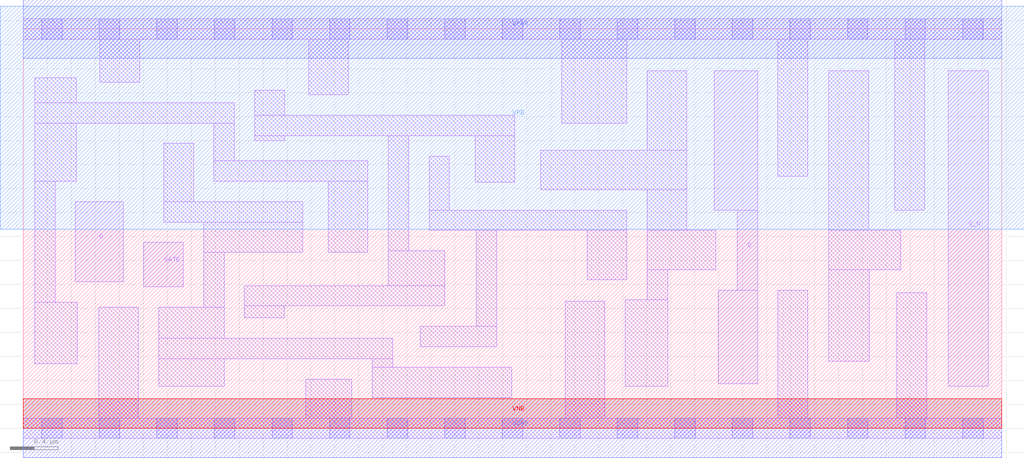
<source format=lef>
# Copyright 2020 The SkyWater PDK Authors
#
# Licensed under the Apache License, Version 2.0 (the "License");
# you may not use this file except in compliance with the License.
# You may obtain a copy of the License at
#
#     https://www.apache.org/licenses/LICENSE-2.0
#
# Unless required by applicable law or agreed to in writing, software
# distributed under the License is distributed on an "AS IS" BASIS,
# WITHOUT WARRANTIES OR CONDITIONS OF ANY KIND, either express or implied.
# See the License for the specific language governing permissions and
# limitations under the License.
#
# SPDX-License-Identifier: Apache-2.0

VERSION 5.7 ;
  NOWIREEXTENSIONATPIN ON ;
  DIVIDERCHAR "/" ;
  BUSBITCHARS "[]" ;
MACRO sky130_fd_sc_hs__dlxbp_1
  CLASS CORE ;
  FOREIGN sky130_fd_sc_hs__dlxbp_1 ;
  ORIGIN  0.000000  0.000000 ;
  SIZE  8.160000 BY  3.330000 ;
  SYMMETRY X Y ;
  SITE unit ;
  PIN D
    ANTENNAGATEAREA  0.208500 ;
    DIRECTION INPUT ;
    USE SIGNAL ;
    PORT
      LAYER li1 ;
        RECT 0.435000 1.220000 0.835000 1.890000 ;
    END
  END D
  PIN Q
    ANTENNADIFFAREA  0.537600 ;
    DIRECTION OUTPUT ;
    USE SIGNAL ;
    PORT
      LAYER li1 ;
        RECT 5.765000 1.820000 6.125000 2.980000 ;
        RECT 5.795000 0.370000 6.125000 1.150000 ;
        RECT 5.955000 1.150000 6.125000 1.820000 ;
    END
  END Q
  PIN Q_N
    ANTENNADIFFAREA  0.535700 ;
    DIRECTION OUTPUT ;
    USE SIGNAL ;
    PORT
      LAYER li1 ;
        RECT 7.715000 0.350000 8.050000 2.980000 ;
    END
  END Q_N
  PIN GATE
    ANTENNAGATEAREA  0.237000 ;
    DIRECTION INPUT ;
    USE CLOCK ;
    PORT
      LAYER li1 ;
        RECT 1.005000 1.180000 1.335000 1.550000 ;
    END
  END GATE
  PIN VGND
    DIRECTION INOUT ;
    USE GROUND ;
    PORT
      LAYER met1 ;
        RECT 0.000000 -0.245000 8.160000 0.245000 ;
    END
  END VGND
  PIN VNB
    DIRECTION INOUT ;
    USE GROUND ;
    PORT
      LAYER pwell ;
        RECT 0.000000 0.000000 8.160000 0.245000 ;
    END
  END VNB
  PIN VPB
    DIRECTION INOUT ;
    USE POWER ;
    PORT
      LAYER nwell ;
        RECT -0.190000 1.660000 8.350000 3.520000 ;
    END
  END VPB
  PIN VPWR
    DIRECTION INOUT ;
    USE POWER ;
    PORT
      LAYER met1 ;
        RECT 0.000000 3.085000 8.160000 3.575000 ;
    END
  END VPWR
  OBS
    LAYER li1 ;
      RECT 0.000000 -0.085000 8.160000 0.085000 ;
      RECT 0.000000  3.245000 8.160000 3.415000 ;
      RECT 0.095000  0.540000 0.450000 1.050000 ;
      RECT 0.095000  1.050000 0.265000 2.060000 ;
      RECT 0.095000  2.060000 0.440000 2.545000 ;
      RECT 0.095000  2.545000 1.760000 2.715000 ;
      RECT 0.095000  2.715000 0.440000 2.925000 ;
      RECT 0.630000  0.085000 0.960000 1.010000 ;
      RECT 0.640000  2.885000 0.970000 3.245000 ;
      RECT 1.130000  0.350000 1.675000 0.580000 ;
      RECT 1.130000  0.580000 3.080000 0.750000 ;
      RECT 1.130000  0.750000 1.675000 1.010000 ;
      RECT 1.170000  1.720000 2.330000 1.890000 ;
      RECT 1.170000  1.890000 1.420000 2.375000 ;
      RECT 1.505000  1.010000 1.675000 1.470000 ;
      RECT 1.505000  1.470000 2.330000 1.720000 ;
      RECT 1.590000  2.060000 2.875000 2.230000 ;
      RECT 1.590000  2.230000 1.760000 2.545000 ;
      RECT 1.845000  0.920000 2.175000 1.020000 ;
      RECT 1.845000  1.020000 3.515000 1.190000 ;
      RECT 1.930000  2.400000 2.180000 2.440000 ;
      RECT 1.930000  2.440000 4.100000 2.610000 ;
      RECT 1.930000  2.610000 2.180000 2.820000 ;
      RECT 2.355000  0.085000 2.740000 0.410000 ;
      RECT 2.380000  2.780000 2.710000 3.245000 ;
      RECT 2.545000  1.470000 2.875000 2.060000 ;
      RECT 2.910000  0.255000 4.075000 0.510000 ;
      RECT 2.910000  0.510000 3.080000 0.580000 ;
      RECT 3.045000  1.190000 3.515000 1.480000 ;
      RECT 3.045000  1.480000 3.215000 2.440000 ;
      RECT 3.310000  0.680000 3.950000 0.850000 ;
      RECT 3.385000  1.650000 5.035000 1.820000 ;
      RECT 3.385000  1.820000 3.555000 2.270000 ;
      RECT 3.770000  2.050000 4.100000 2.440000 ;
      RECT 3.780000  0.850000 3.950000 1.650000 ;
      RECT 4.315000  1.990000 5.535000 2.320000 ;
      RECT 4.490000  2.545000 5.035000 3.245000 ;
      RECT 4.520000  0.085000 4.850000 1.060000 ;
      RECT 4.705000  1.240000 5.035000 1.650000 ;
      RECT 5.020000  0.350000 5.375000 1.070000 ;
      RECT 5.205000  1.070000 5.375000 1.320000 ;
      RECT 5.205000  1.320000 5.775000 1.650000 ;
      RECT 5.205000  1.650000 5.535000 1.990000 ;
      RECT 5.205000  2.320000 5.535000 2.980000 ;
      RECT 6.295000  0.085000 6.545000 1.150000 ;
      RECT 6.295000  2.100000 6.545000 3.245000 ;
      RECT 6.720000  0.560000 7.055000 1.320000 ;
      RECT 6.720000  1.320000 7.320000 1.650000 ;
      RECT 6.720000  1.650000 7.050000 2.980000 ;
      RECT 7.270000  1.820000 7.520000 3.245000 ;
      RECT 7.285000  0.085000 7.535000 1.130000 ;
    LAYER mcon ;
      RECT 0.155000 -0.085000 0.325000 0.085000 ;
      RECT 0.155000  3.245000 0.325000 3.415000 ;
      RECT 0.635000 -0.085000 0.805000 0.085000 ;
      RECT 0.635000  3.245000 0.805000 3.415000 ;
      RECT 1.115000 -0.085000 1.285000 0.085000 ;
      RECT 1.115000  3.245000 1.285000 3.415000 ;
      RECT 1.595000 -0.085000 1.765000 0.085000 ;
      RECT 1.595000  3.245000 1.765000 3.415000 ;
      RECT 2.075000 -0.085000 2.245000 0.085000 ;
      RECT 2.075000  3.245000 2.245000 3.415000 ;
      RECT 2.555000 -0.085000 2.725000 0.085000 ;
      RECT 2.555000  3.245000 2.725000 3.415000 ;
      RECT 3.035000 -0.085000 3.205000 0.085000 ;
      RECT 3.035000  3.245000 3.205000 3.415000 ;
      RECT 3.515000 -0.085000 3.685000 0.085000 ;
      RECT 3.515000  3.245000 3.685000 3.415000 ;
      RECT 3.995000 -0.085000 4.165000 0.085000 ;
      RECT 3.995000  3.245000 4.165000 3.415000 ;
      RECT 4.475000 -0.085000 4.645000 0.085000 ;
      RECT 4.475000  3.245000 4.645000 3.415000 ;
      RECT 4.955000 -0.085000 5.125000 0.085000 ;
      RECT 4.955000  3.245000 5.125000 3.415000 ;
      RECT 5.435000 -0.085000 5.605000 0.085000 ;
      RECT 5.435000  3.245000 5.605000 3.415000 ;
      RECT 5.915000 -0.085000 6.085000 0.085000 ;
      RECT 5.915000  3.245000 6.085000 3.415000 ;
      RECT 6.395000 -0.085000 6.565000 0.085000 ;
      RECT 6.395000  3.245000 6.565000 3.415000 ;
      RECT 6.875000 -0.085000 7.045000 0.085000 ;
      RECT 6.875000  3.245000 7.045000 3.415000 ;
      RECT 7.355000 -0.085000 7.525000 0.085000 ;
      RECT 7.355000  3.245000 7.525000 3.415000 ;
      RECT 7.835000 -0.085000 8.005000 0.085000 ;
      RECT 7.835000  3.245000 8.005000 3.415000 ;
  END
END sky130_fd_sc_hs__dlxbp_1
END LIBRARY

</source>
